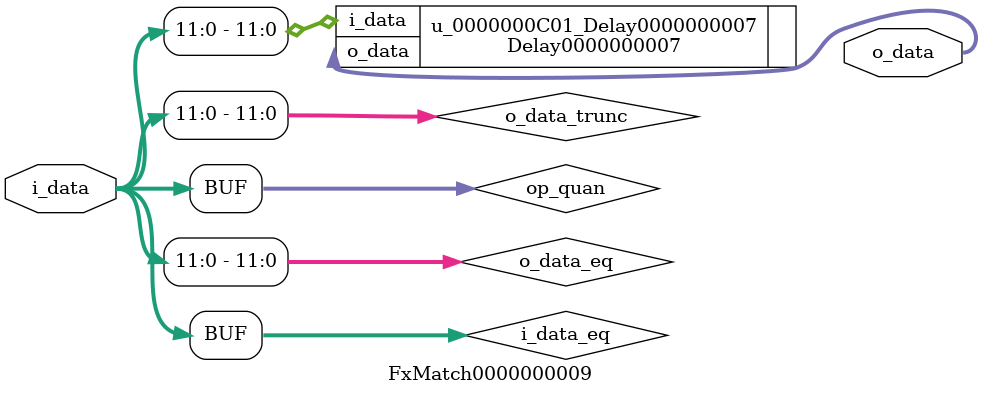
<source format=v>
 module FxMatch0000000009 (
     i_data, o_data
 );
 input wire [14-1:0] i_data;     // Input data
 output wire [12-1:0] o_data;   // Output data
 //
 wire [14-1:0] i_data_eq;
 assign i_data_eq = i_data;
 wire [12-1:0] o_data_eq;
 // Quantization Stage
 // Perfect LSB match
 wire [14-1:0] op_quan; // Quantization output
 assign op_quan = i_data_eq;
 // Overflow Stage
 // Overflow protection
 assign o_data_eq = op_quan[12-1:0];
 wire [12-1:0] o_data_trunc;
 assign o_data_trunc = o_data_eq;
Delay0000000007  u_0000000C01_Delay0000000007(.i_data(o_data_trunc), .o_data(o_data));
 endmodule

</source>
